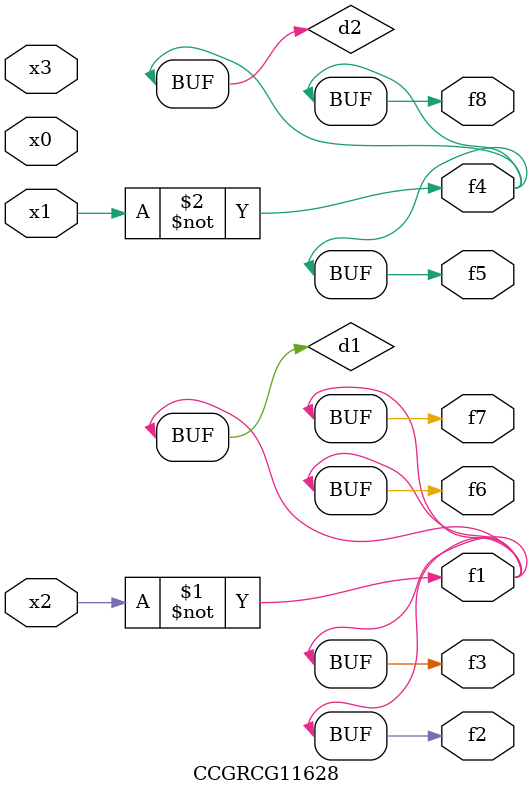
<source format=v>
module CCGRCG11628(
	input x0, x1, x2, x3,
	output f1, f2, f3, f4, f5, f6, f7, f8
);

	wire d1, d2;

	xnor (d1, x2);
	not (d2, x1);
	assign f1 = d1;
	assign f2 = d1;
	assign f3 = d1;
	assign f4 = d2;
	assign f5 = d2;
	assign f6 = d1;
	assign f7 = d1;
	assign f8 = d2;
endmodule

</source>
